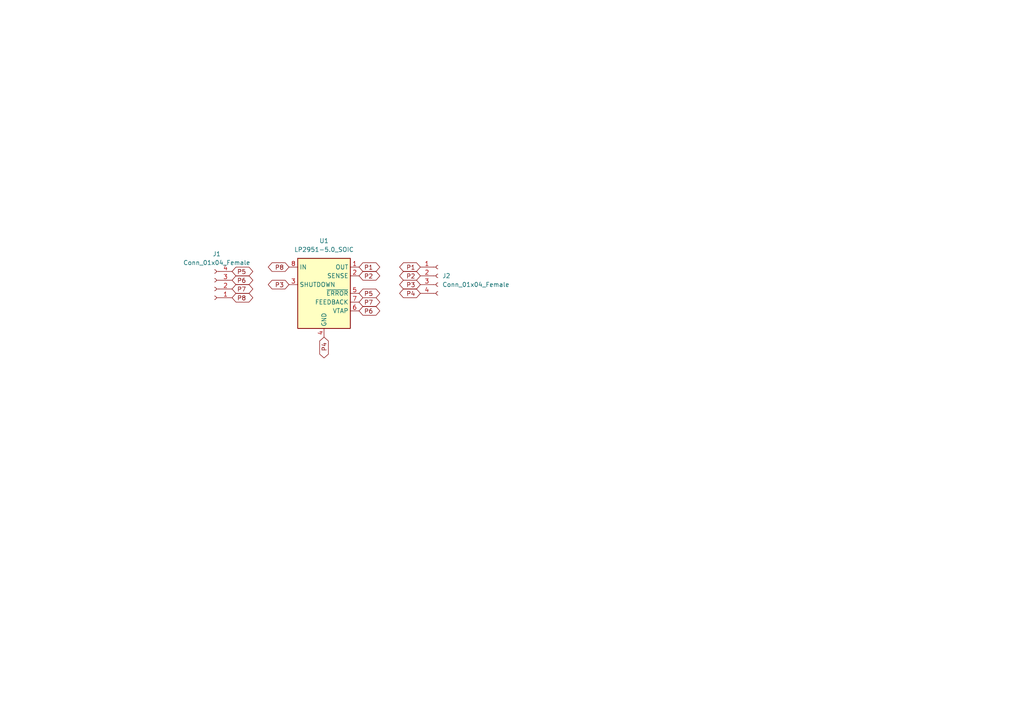
<source format=kicad_sch>
(kicad_sch (version 20211123) (generator eeschema)
  (paper "A4")
  (lib_symbols
    (symbol "Connector:Conn_01x04_Female" (pin_names (offset 1.016) hide)
      (property "Reference" "J" (at 0 5.08 0))
      (property "Value" "Conn_01x04_Female" (at 0 -7.62 0))
      (symbol "Conn_01x04_Female_1_1"
        (arc (start 0 -4.572) (mid -0.508 -5.08) (end 0 -5.588) (stroke (width 0.1524)))
        (arc (start 0 -2.032) (mid -0.508 -2.54) (end 0 -3.048) (stroke (width 0.1524)))
        (polyline (pts (xy -1.27 -5.08) (xy -0.508 -5.08)) (stroke (width 0.1524)))
        (polyline (pts (xy -1.27 -2.54) (xy -0.508 -2.54)) (stroke (width 0.1524)))
        (polyline (pts (xy -1.27 0) (xy -0.508 0)) (stroke (width 0.1524)))
        (polyline (pts (xy -1.27 2.54) (xy -0.508 2.54)) (stroke (width 0.1524)))
        (arc (start 0 0.508) (mid -0.508 0) (end 0 -0.508) (stroke (width 0.1524)))
        (arc (start 0 3.048) (mid -0.508 2.54) (end 0 2.032) (stroke (width 0.1524)))
        (pin passive line (at -5.08 2.54 0) (length 3.81) (name "Pin_1") (number "1"))
        (pin passive line (at -5.08 0 0) (length 3.81) (name "Pin_2") (number "2"))
        (pin passive line (at -5.08 -2.54 0) (length 3.81) (name "Pin_3") (number "3"))
        (pin passive line (at -5.08 -5.08 0) (length 3.81) (name "Pin_4") (number "4"))
      )
    )
    (symbol "Regulator_Linear:LP2951-5.0_SOIC"
      (property "Reference" "U" (at -6.35 11.43 0))
      (property "Value" "LP2951-5.0_SOIC" (at 10.16 11.43 0))
      (symbol "LP2951-5.0_SOIC_0_1"
        (rectangle (start -7.62 10.16) (end 7.62 -10.16) (stroke (width 0.254)) (fill (type background)))
      )
      (symbol "LP2951-5.0_SOIC_1_1"
        (pin power_out line (at 10.16 7.62 180) (length 2.54) (name "OUT") (number "1"))
        (pin passive line (at 10.16 5.08 180) (length 2.54) (name "SENSE") (number "2"))
        (pin input line (at -10.16 2.54 0) (length 2.54) (name "SHUTDOWN") (number "3"))
        (pin power_in line (at 0 -12.7 90) (length 2.54) (name "GND") (number "4"))
        (pin open_collector line (at 10.16 0 180) (length 2.54) (name "~{ERROR}") (number "5"))
        (pin input line (at 10.16 -5.08 180) (length 2.54) (name "VTAP") (number "6"))
        (pin input line (at 10.16 -2.54 180) (length 2.54) (name "FEEDBACK") (number "7"))
        (pin power_in line (at -10.16 7.62 0) (length 2.54) (name "IN") (number "8"))
      )
    )
  )
  (global_label "P7" (shape bidirectional) (at 67.31 83.82 0) (property "Intersheet References" "${INTERSHEET_REFS}" (effects hide)))
  (global_label "P5" (shape bidirectional) (at 67.31 78.74 0) (property "Intersheet References" "${INTERSHEET_REFS}" (effects hide)))
  (global_label "P7" (shape bidirectional) (at 104.14 87.63 0) (property "Intersheet References" "${INTERSHEET_REFS}" (effects hide)))
  (global_label "P4" (shape bidirectional) (at 93.98 97.79 270) (property "Intersheet References" "${INTERSHEET_REFS}" (effects hide)))
  (global_label "P8" (shape bidirectional) (at 67.31 86.36 0) (property "Intersheet References" "${INTERSHEET_REFS}" (effects hide)))
  (global_label "P8" (shape bidirectional) (at 83.82 77.47 180) (property "Intersheet References" "${INTERSHEET_REFS}" (effects hide)))
  (global_label "P6" (shape bidirectional) (at 104.14 90.17 0) (property "Intersheet References" "${INTERSHEET_REFS}" (effects hide)))
  (global_label "P6" (shape bidirectional) (at 67.31 81.28 0) (property "Intersheet References" "${INTERSHEET_REFS}" (effects hide)))
  (global_label "P2" (shape bidirectional) (at 104.14 80.01 0) (property "Intersheet References" "${INTERSHEET_REFS}" (effects hide)))
  (global_label "P4" (shape bidirectional) (at 121.92 85.09 180) (property "Intersheet References" "${INTERSHEET_REFS}" (effects hide)))
  (global_label "P3" (shape bidirectional) (at 121.92 82.55 180) (property "Intersheet References" "${INTERSHEET_REFS}" (effects hide)))
  (global_label "P5" (shape bidirectional) (at 104.14 85.09 0) (property "Intersheet References" "${INTERSHEET_REFS}" (effects hide)))
  (global_label "P1" (shape bidirectional) (at 121.92 77.47 180) (property "Intersheet References" "${INTERSHEET_REFS}" (effects hide)))
  (global_label "P3" (shape bidirectional) (at 83.82 82.55 180) (property "Intersheet References" "${INTERSHEET_REFS}" (effects hide)))
  (global_label "P2" (shape bidirectional) (at 121.92 80.01 180) (property "Intersheet References" "${INTERSHEET_REFS}" (effects hide)))
  (global_label "P1" (shape bidirectional) (at 104.14 77.47 0) (property "Intersheet References" "${INTERSHEET_REFS}" (effects hide)))
  (symbol (lib_id "Connector:Conn_01x04_Female") (at 62.23 83.82 180) (unit 1)
    (property "Reference" "J1" (at 62.865 73.66 0))
    (property "Value" "Conn_01x04_Female" (at 62.865 76.2 0))
    (property "Footprint" "Connector_PinHeader_2.54mm:PinHeader_1x04_P2.54mm_Vertical" (effects hide))
  )
  (symbol (lib_id "Regulator_Linear:LP2951-5.0_SOIC") (at 93.98 85.09 0) (unit 1)
    (property "Reference" "U1" (at 93.98 69.85 0))
    (property "Value" "LP2951-5.0_SOIC" (at 93.98 72.39 0))
    (property "Footprint" "Package_SO:SOIC-8_3.9x4.9mm_P1.27mm" (effects hide))
    (property "Datasheet" "http://www.ti.com/lit/ds/symlink/lp2951.pdf" (effects hide))
  )
  (symbol (lib_id "Connector:Conn_01x04_Female") (at 127 80.01 0) (unit 1)
    (property "Reference" "J2" (at 128.27 80.0099 0) (effects (justify left)))
    (property "Value" "Conn_01x04_Female" (at 128.27 82.5499 0) (effects (justify left)))
    (property "Footprint" "Connector_PinHeader_2.54mm:PinHeader_1x04_P2.54mm_Vertical" (effects hide))
  )
)
</source>
